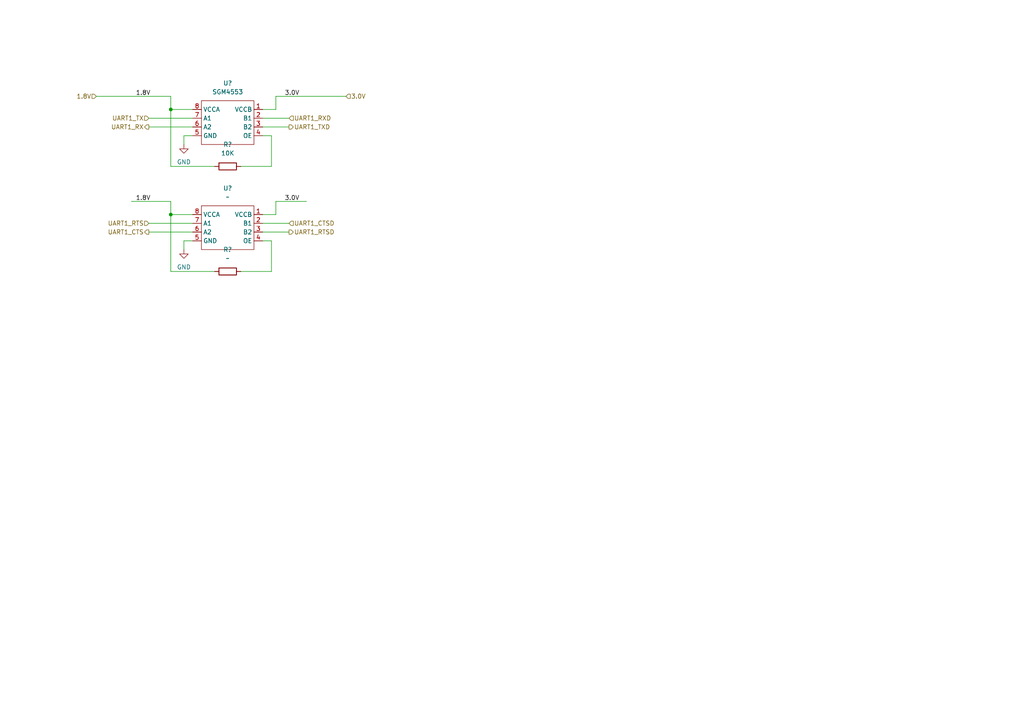
<source format=kicad_sch>
(kicad_sch (version 20211123) (generator eeschema)
  (paper "A4")
  (lib_symbols
    (symbol "Device:R" (pin_numbers hide) (pin_names (offset 0))
      (property "Reference" "R" (at 2.032 0 90))
      (property "Value" "R" (at 0 0 90))
      (symbol "R_0_1"
        (rectangle (start -1.016 -2.54) (end 1.016 2.54) (stroke (width 0.254)))
      )
      (symbol "R_1_1"
        (pin passive line (at 0 3.81 270) (length 1.27) (name "~") (number "1"))
        (pin passive line (at 0 -3.81 90) (length 1.27) (name "~") (number "2"))
      )
    )
    (symbol "lp-collapse:SGM4553"
      (property "Reference" "U" (at 0 10.16 0))
      (property "Value" "SGM4553" (at 0 7.62 0))
      (symbol "SGM4553_0_1"
        (rectangle (start -7.62 -6.35) (end 7.62 6.35))
      )
      (symbol "SGM4553_1_1"
        (pin input line (at -10.16 3.81 0) (length 2.54) (name "VCCB") (number "1"))
        (pin input line (at -10.16 1.27 0) (length 2.54) (name "B1") (number "2"))
        (pin input line (at -10.16 -1.27 0) (length 2.54) (name "B2") (number "3"))
        (pin input line (at -10.16 -3.81 0) (length 2.54) (name "OE") (number "4"))
        (pin input line (at 10.16 -3.81 180) (length 2.54) (name "GND") (number "5"))
        (pin input line (at 10.16 -1.27 180) (length 2.54) (name "A2") (number "6"))
        (pin input line (at 10.16 1.27 180) (length 2.54) (name "A1") (number "7"))
        (pin input line (at 10.16 3.81 180) (length 2.54) (name "VCCA") (number "8"))
      )
    )
    (symbol "power:GND" (power) (pin_names (offset 0))
      (property "Value" "GND" (at 0 -3.81 0))
      (symbol "GND_0_1"
        (polyline (pts (xy 0 0) (xy 0 -1.27) (xy 1.27 -1.27) (xy 0 -2.54) (xy -1.27 -1.27) (xy 0 -1.27)))
      )
      (symbol "GND_1_1"
        (pin power_in line (at 0 0 270) (length 0) hide (name "GND") (number "1"))
      )
    )
  )
  (junction (at 49.53 62.23))
  (junction (at 49.53 31.75))
  (wire (pts (xy 55.88 69.85) (xy 53.34 69.85)))
  (wire (pts (xy 78.74 39.37) (xy 78.74 48.26)))
  (wire (pts (xy 76.2 69.85) (xy 78.74 69.85)))
  (wire (pts (xy 62.23 48.26) (xy 49.53 48.26)))
  (wire (pts (xy 80.01 31.75) (xy 80.01 27.94)))
  (wire (pts (xy 80.01 62.23) (xy 80.01 58.42)))
  (wire (pts (xy 80.01 58.42) (xy 88.9 58.42)))
  (wire (pts (xy 76.2 34.29) (xy 83.82 34.29)))
  (wire (pts (xy 43.18 34.29) (xy 55.88 34.29)))
  (wire (pts (xy 53.34 39.37) (xy 53.34 41.91)))
  (wire (pts (xy 49.53 62.23) (xy 49.53 58.42)))
  (wire (pts (xy 43.18 67.31) (xy 55.88 67.31)))
  (wire (pts (xy 49.53 48.26) (xy 49.53 31.75)))
  (wire (pts (xy 76.2 31.75) (xy 80.01 31.75)))
  (wire (pts (xy 76.2 67.31) (xy 83.82 67.31)))
  (wire (pts (xy 49.53 78.74) (xy 49.53 62.23)))
  (wire (pts (xy 49.53 31.75) (xy 49.53 27.94)))
  (wire (pts (xy 76.2 39.37) (xy 78.74 39.37)))
  (wire (pts (xy 78.74 78.74) (xy 69.85 78.74)))
  (wire (pts (xy 78.74 69.85) (xy 78.74 78.74)))
  (wire (pts (xy 78.74 48.26) (xy 69.85 48.26)))
  (wire (pts (xy 43.18 36.83) (xy 55.88 36.83)))
  (wire (pts (xy 55.88 39.37) (xy 53.34 39.37)))
  (wire (pts (xy 55.88 31.75) (xy 49.53 31.75)))
  (wire (pts (xy 53.34 69.85) (xy 53.34 72.39)))
  (wire (pts (xy 80.01 27.94) (xy 100.33 27.94)))
  (wire (pts (xy 76.2 64.77) (xy 83.82 64.77)))
  (wire (pts (xy 76.2 62.23) (xy 80.01 62.23)))
  (wire (pts (xy 27.94 27.94) (xy 49.53 27.94)))
  (wire (pts (xy 62.23 78.74) (xy 49.53 78.74)))
  (wire (pts (xy 55.88 62.23) (xy 49.53 62.23)))
  (wire (pts (xy 76.2 36.83) (xy 83.82 36.83)))
  (wire (pts (xy 38.1 58.42) (xy 49.53 58.42)))
  (wire (pts (xy 43.18 64.77) (xy 55.88 64.77)))
  (label "3.0V" (at 82.55 58.42 0))
  (label "3.0V" (at 82.55 27.94 0))
  (label "1.8V" (at 39.37 27.94 0))
  (label "1.8V" (at 39.37 58.42 0))
  (hierarchical_label "UART1_RXD" (shape input) (at 83.82 34.29 0))
  (hierarchical_label "UART1_RTS" (shape input) (at 43.18 64.77 180))
  (hierarchical_label "UART1_CTSD" (shape input) (at 83.82 64.77 0))
  (hierarchical_label "1.8V" (shape input) (at 27.94 27.94 180))
  (hierarchical_label "UART1_TX" (shape input) (at 43.18 34.29 180))
  (hierarchical_label "UART1_TXD" (shape output) (at 83.82 36.83 0))
  (hierarchical_label "UART1_CTS" (shape output) (at 43.18 67.31 180))
  (hierarchical_label "UART1_RTSD" (shape output) (at 83.82 67.31 0))
  (hierarchical_label "UART1_RX" (shape output) (at 43.18 36.83 180))
  (hierarchical_label "3.0V" (shape input) (at 100.33 27.94 0))
  (symbol (lib_id "power:GND") (at 53.34 41.91 0) (unit 1)
    (property "Reference" "#PWR?" (effects hide))
    (property "Value" "GND" (at 53.34 46.99 0))
  )
  (symbol (lib_id "lp-collapse:SGM4553") (at 66.04 66.04 0) (mirror y) (unit 1)
    (property "Reference" "U?" (at 66.04 54.61 0))
    (property "Value" "~" (at 66.04 57.15 0))
  )
  (symbol (lib_id "Device:R") (at 66.04 78.74 90) (unit 1)
    (property "Reference" "R?" (at 66.04 72.39 90))
    (property "Value" "~" (at 66.04 74.93 90))
  )
  (symbol (lib_id "power:GND") (at 53.34 72.39 0) (unit 1)
    (property "Reference" "#PWR?" (effects hide))
    (property "Value" "~" (at 53.34 77.47 0))
  )
  (symbol (lib_id "lp-collapse:SGM4553") (at 66.04 35.56 0) (mirror y) (unit 1)
    (property "Reference" "U?" (at 66.04 24.13 0))
    (property "Value" "SGM4553" (at 66.04 26.67 0))
  )
  (symbol (lib_id "Device:R") (at 66.04 48.26 90) (unit 1)
    (property "Reference" "R?" (at 66.04 41.91 90))
    (property "Value" "10K" (at 66.04 44.45 90))
  )
)
</source>
